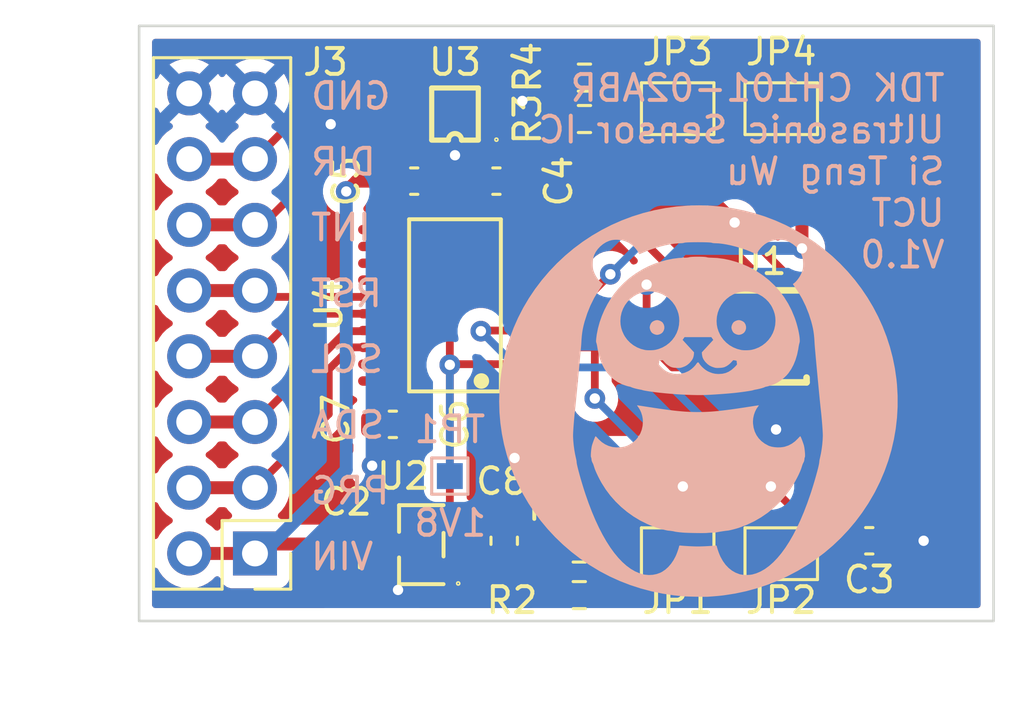
<source format=kicad_pcb>
(kicad_pcb (version 20241229) (generator "pcbnew") (generator_version "9.0")
  (layers (0 "F.Cu" signal) (2 "B.Cu" signal) (13 "F.Paste" user) (15 "B.Paste" user) (5 "F.SilkS" user "F.Silkscreen") (7 "B.SilkS" user "B.Silkscreen") (1 "F.Mask" user) (3 "B.Mask" user) (25 "Edge.Cuts" user))
  (net 0 "")
  (net 1 "/VIN")
  (net 2 "GND")
  (net 3 "/1V8")
  (net 4 "/RST_N")
  (net 5 "/PROG")
  (net 6 "/DIR")
  (net 7 "/SCL")
  (net 8 "/INT")
  (net 9 "/SDA")
  (net 10 "/SCL_LS")
  (net 11 "Net-(JP1-B)")
  (net 12 "/SDA_LS")
  (net 13 "Net-(JP2-B)")
  (net 14 "Net-(JP3-B)")
  (net 15 "/PROG_LS")
  (net 16 "/RST_N_LS")
  (net 17 "Net-(JP4-B)")
  (net 18 "/INT_LS")
  (footprint "Capacitor_SMD:C_0603_1608Metric" (layer "F.Cu") (at 90.8 78.4)
    (property "Reference" "C7" (at -2.2 -0.2 90) (layer "F.SilkS") (effects (font (thickness 0.153))))
    (property "Value" "100nF")
    (pad "1" smd roundrect (at -0.775 0) (size 0.9 0.95) (layers "F.Cu" "F.Mask" "F.Paste") (net 2 "GND"))
    (pad "2" smd roundrect (at 0.775 0) (size 0.9 0.95) (layers "F.Cu" "F.Mask" "F.Paste") (net 1 "/VIN"))
  )
  (footprint "Capacitor_SMD:C_0603_1608Metric" (layer "F.Cu") (at 95.345 78.4)
    (property "Reference" "C6" (at -2.145 0 90) (layer "F.SilkS") (effects (font (thickness 0.153))))
    (property "Value" "100nF")
    (pad "1" smd roundrect (at -0.775 0) (size 0.9 0.95) (layers "F.Cu" "F.Mask" "F.Paste") (net 3 "/1V8"))
    (pad "2" smd roundrect (at 0.775 0) (size 0.9 0.95) (layers "F.Cu" "F.Mask" "F.Paste") (net 2 "GND"))
  )
  (footprint "Resistor_SMD:R_0603_1608Metric" (layer "F.Cu") (at 98.2 65)
    (property "Reference" "R4" (at -2.2 -0.4 90) (layer "F.SilkS") (effects (font (thickness 0.153))))
    (property "Value" "10k")
    (pad "1" smd roundrect (at -0.825 0) (size 0.8 0.95) (layers "F.Cu" "F.Mask" "F.Paste") (net 3 "/1V8"))
    (pad "2" smd roundrect (at 0.825 0) (size 0.8 0.95) (layers "F.Cu" "F.Mask" "F.Paste") (net 17 "Net-(JP4-B)"))
  )
  (footprint "Resistor_SMD:R_0603_1608Metric" (layer "F.Cu") (at 98 83.2)
    (property "Reference" "R1" (at -1 -1.6 0) (layer "F.SilkS") (effects (font (thickness 0.153))))
    (property "Value" "2.2k")
    (pad "1" smd roundrect (at -0.825 0) (size 0.8 0.95) (layers "F.Cu" "F.Mask" "F.Paste") (net 3 "/1V8"))
    (pad "2" smd roundrect (at 0.825 0) (size 0.8 0.95) (layers "F.Cu" "F.Mask" "F.Paste") (net 11 "Net-(JP1-B)"))
  )
  (footprint "Jumper:SolderJumper-2_P1.3mm_Open_TrianglePad1.0x1.5mm" (layer "F.Cu") (at 101.8 83.4 180)
    (property "Reference" "JP1" (at 0 -1.8 0) (layer "F.SilkS") (effects (font (thickness 0.153))))
    (property "Value" "Jumper_2_Small_Bridged")
    (pad "1" smd custom (at -0.725 0 180) (size 0.3 0.3) (layers "F.Cu" "F.Mask") (net 15 "/PROG_LS") (options (clearance outline) (anchor rect)) (primitives (gr_poly (pts (xy 1 0) (xy 0.5 0.75) (xy -0.5 0.75) (xy -0.5 -0.75) (xy 0.5 -0.75)) (width 0) (fill yes))))
    (pad "2" smd custom (at 0.725 0 180) (size 0.3 0.3) (layers "F.Cu" "F.Mask") (net 11 "Net-(JP1-B)") (options (clearance outline) (anchor rect)) (primitives (gr_poly (pts (xy 0.5 0.75) (xy -0.65 0.75) (xy -0.15 0) (xy -0.65 -0.75) (xy 0.5 -0.75)) (width 0) (fill yes))))
  )
  (footprint "Capacitor_SMD:C_0603_1608Metric" (layer "F.Cu") (at 91.625 69 180)
    (property "Reference" "C5" (at 2.625 0 270) (layer "F.SilkS") (effects (font (thickness 0.153))))
    (property "Value" "100nF")
    (pad "1" smd roundrect (at -0.775 0 180) (size 0.9 0.95) (layers "F.Cu" "F.Mask" "F.Paste") (net 2 "GND"))
    (pad "2" smd roundrect (at 0.775 0 180) (size 0.9 0.95) (layers "F.Cu" "F.Mask" "F.Paste") (net 1 "/VIN"))
  )
  (footprint "footprint:VSSOP-8_L2.4-W2.1-P0.50-LS3.2-BR" (layer "F.Cu") (at 93.2 66.4)
    (property "Reference" "U3" (at 0 -2 0) (layer "F.SilkS") (effects (font (thickness 0.153))))
    (property "Value" "SN74LVC2T45DCUR")
    (pad "1" smd oval (at 1.550038 0.749987) (size 0.750013 0.250013) (layers "F.Cu" "F.Mask" "F.Paste") (net 3 "/1V8"))
    (pad "2" smd oval (at 1.550038 0.24986) (size 0.750013 0.250013) (layers "F.Cu" "F.Mask" "F.Paste") (net 18 "/INT_LS"))
    (pad "3" smd oval (at 1.550038 -0.250013) (size 0.750013 0.250013) (layers "F.Cu" "F.Mask" "F.Paste") (net 2 "GND"))
    (pad "4" smd oval (at 1.550038 -0.75014) (size 0.750013 0.250013) (layers "F.Cu" "F.Mask" "F.Paste") (net 2 "GND"))
    (pad "5" smd oval (at -1.549784 -0.75014) (size 0.750013 0.250013) (layers "F.Cu" "F.Mask" "F.Paste") (net 6 "/DIR"))
    (pad "6" smd oval (at -1.549784 -0.250013) (size 0.750013 0.250013) (layers "F.Cu" "F.Mask" "F.Paste") (net 2 "GND"))
    (pad "7" smd oval (at -1.549784 0.24986) (size 0.750013 0.250013) (layers "F.Cu" "F.Mask" "F.Paste") (net 8 "/INT"))
    (pad "8" smd oval (at -1.549784 0.749987) (size 0.750013 0.250013) (layers "F.Cu" "F.Mask" "F.Paste") (net 1 "/VIN"))
  )
  (footprint "Capacitor_SMD:C_0603_1608Metric" (layer "F.Cu") (at 95.1 82.9 -90)
    (property "Reference" "C8" (at -2.3 0.1 0) (layer "F.SilkS") (effects (font (thickness 0.153))))
    (property "Value" "1uF")
    (pad "1" smd roundrect (at -0.775 0 270) (size 0.9 0.95) (layers "F.Cu" "F.Mask" "F.Paste") (net 3 "/1V8"))
    (pad "2" smd roundrect (at 0.775 0 270) (size 0.9 0.95) (layers "F.Cu" "F.Mask" "F.Paste") (net 2 "GND"))
  )
  (footprint "Jumper:SolderJumper-2_P1.3mm_Open_TrianglePad1.0x1.5mm" (layer "F.Cu") (at 101.8 66.2 180)
    (property "Reference" "JP3" (at 0 2.2 0) (layer "F.SilkS") (effects (font (thickness 0.153))))
    (property "Value" "Jumper_2_Small_Bridged")
    (pad "1" smd custom (at -0.725 0 180) (size 0.3 0.3) (layers "F.Cu" "F.Mask") (net 16 "/RST_N_LS") (options (clearance outline) (anchor rect)) (primitives (gr_poly (pts (xy 1 0) (xy 0.5 0.75) (xy -0.5 0.75) (xy -0.5 -0.75) (xy 0.5 -0.75)) (width 0) (fill yes))))
    (pad "2" smd custom (at 0.725 0 180) (size 0.3 0.3) (layers "F.Cu" "F.Mask") (net 14 "Net-(JP3-B)") (options (clearance outline) (anchor rect)) (primitives (gr_poly (pts (xy 0.5 0.75) (xy -0.65 0.75) (xy -0.15 0) (xy -0.65 -0.75) (xy 0.5 -0.75)) (width 0) (fill yes))))
  )
  (footprint "Resistor_SMD:R_0603_1608Metric" (layer "F.Cu") (at 98 85)
    (property "Reference" "R2" (at -2.6 0.2 0) (layer "F.SilkS") (effects (font (thickness 0.153))))
    (property "Value" "2.2k")
    (pad "1" smd roundrect (at -0.825 0) (size 0.8 0.95) (layers "F.Cu" "F.Mask" "F.Paste") (net 3 "/1V8"))
    (pad "2" smd roundrect (at 0.825 0) (size 0.8 0.95) (layers "F.Cu" "F.Mask" "F.Paste") (net 13 "Net-(JP2-B)"))
  )
  (footprint "Capacitor_SMD:C_0603_1608Metric" (layer "F.Cu") (at 94.8 69 180)
    (property "Reference" "C4" (at -2.4 0 90) (layer "F.SilkS") (effects (font (thickness 0.153))))
    (property "Value" "100nF")
    (pad "1" smd roundrect (at -0.775 0 180) (size 0.9 0.95) (layers "F.Cu" "F.Mask" "F.Paste") (net 3 "/1V8"))
    (pad "2" smd roundrect (at 0.775 0 180) (size 0.9 0.95) (layers "F.Cu" "F.Mask" "F.Paste") (net 2 "GND"))
  )
  (footprint "footprint:SOT-23-3_L3.0-W1.7-P0.95-LS2.9-BR" (layer "F.Cu") (at 91.898654 83.050038)
    (property "Reference" "U2" (at -0.698654 -2.650038 0) (layer "F.SilkS") (effects (font (thickness 0.153))))
    (property "Value" "XC6206P182MR_C347373")
    (pad "1" smd rect (at 1.101346 0.949962) (size 1.03749 0.532004) (layers "F.Cu" "F.Mask" "F.Paste") (net 2 "GND"))
    (pad "2" smd rect (at 1.101346 -0.949962) (size 1.03749 0.532004) (layers "F.Cu" "F.Mask" "F.Paste") (net 3 "/1V8"))
    (pad "3" smd rect (at -1.101346 0) (size 1.03749 0.532004) (layers "F.Cu" "F.Mask" "F.Paste") (net 1 "/VIN"))
  )
  (footprint "footprint:TSSOP-20_L6.5-W4.4-P0.65-LS6.4-BL" (layer "F.Cu") (at 93.2 73.8 90)
    (property "Reference" "U4" (at 0 -4.870968 90) (layer "F.SilkS") (effects (font (thickness 0.153))))
    (property "Value" "TXS0108EPWR")
    (pad "1" smd oval (at -2.92507 2.870968 90) (size 0.364008 1.742012) (layers "F.Cu" "F.Mask" "F.Paste"))
    (pad "2" smd oval (at -2.275083 2.870968 90) (size 0.364008 1.742012) (layers "F.Cu" "F.Mask" "F.Paste") (net 3 "/1V8"))
    (pad "3" smd oval (at -1.625095 2.870968 90) (size 0.364008 1.742012) (layers "F.Cu" "F.Mask" "F.Paste") (net 15 "/PROG_LS"))
    (pad "4" smd oval (at -0.975108 2.870968 90) (size 0.364008 1.742012) (layers "F.Cu" "F.Mask" "F.Paste") (net 12 "/SDA_LS"))
    (pad "5" smd oval (at -0.324867 2.870968 90) (size 0.364008 1.742012) (layers "F.Cu" "F.Mask" "F.Paste") (net 10 "/SCL_LS"))
    (pad "6" smd oval (at 0.325121 2.870968 90) (size 0.364008 1.742012) (layers "F.Cu" "F.Mask" "F.Paste") (net 16 "/RST_N_LS"))
    (pad "7" smd oval (at 0.975108 2.870968 90) (size 0.364008 1.742012) (layers "F.Cu" "F.Mask" "F.Paste"))
    (pad "8" smd oval (at 1.625095 2.870968 90) (size 0.364008 1.742012) (layers "F.Cu" "F.Mask" "F.Paste"))
    (pad "9" smd oval (at 2.275083 2.870968 90) (size 0.364008 1.742012) (layers "F.Cu" "F.Mask" "F.Paste"))
    (pad "10" smd oval (at 2.92507 2.870968 90) (size 0.364008 1.742012) (layers "F.Cu" "F.Mask" "F.Paste") (net 3 "/1V8"))
    (pad "11" smd oval (at 2.92507 -2.870968 90) (size 0.364008 1.742012) (layers "F.Cu" "F.Mask" "F.Paste") (net 2 "GND"))
    (pad "12" smd oval (at 2.275083 -2.870968 90) (size 0.364008 1.742012) (layers "F.Cu" "F.Mask" "F.Paste"))
    (pad "13" smd oval (at 1.625095 -2.870968 90) (size 0.364008 1.742012) (layers "F.Cu" "F.Mask" "F.Paste"))
    (pad "14" smd oval (at 0.975108 -2.870968 90) (size 0.364008 1.742012) (layers "F.Cu" "F.Mask" "F.Paste"))
    (pad "15" smd oval (at 0.325121 -2.870968 90) (size 0.364008 1.742012) (layers "F.Cu" "F.Mask" "F.Paste") (net 4 "/RST_N"))
    (pad "16" smd oval (at -0.324867 -2.870968 90) (size 0.364008 1.742012) (layers "F.Cu" "F.Mask" "F.Paste") (net 7 "/SCL"))
    (pad "17" smd oval (at -0.975108 -2.870968 90) (size 0.364008 1.742012) (layers "F.Cu" "F.Mask" "F.Paste") (net 9 "/SDA"))
    (pad "18" smd oval (at -1.625095 -2.870968 90) (size 0.364008 1.742012) (layers "F.Cu" "F.Mask" "F.Paste") (net 5 "/PROG"))
    (pad "19" smd oval (at -2.275083 -2.870968 90) (size 0.364008 1.742012) (layers "F.Cu" "F.Mask" "F.Paste") (net 1 "/VIN"))
    (pad "20" smd oval (at -2.92507 -2.870968 90) (size 0.364008 1.742012) (layers "F.Cu" "F.Mask" "F.Paste"))
  )
  (footprint "Connector_PinHeader_2.54mm:PinHeader_2x08_P2.54mm_Vertical" (layer "F.Cu") (at 85.475 83.39 180)
    (property "Reference" "J3" (at -2.725 18.99 0) (layer "F.SilkS") (effects (font (thickness 0.153))))
    (property "Value" "Conn_02x08_Odd_Even")
    (pad "1" thru_hole rect (at 0 0 180) (size 1.7 1.7) (drill 1) (layers "*.Cu" "*.Mask") (net 1 "/VIN"))
    (pad "2" thru_hole circle (at 2.54 0 180) (size 1.7 1.7) (drill 1) (layers "*.Cu" "*.Mask") (net 1 "/VIN"))
    (pad "3" thru_hole circle (at 0 2.54 180) (size 1.7 1.7) (drill 1) (layers "*.Cu" "*.Mask") (net 5 "/PROG"))
    (pad "4" thru_hole circle (at 2.54 2.54 180) (size 1.7 1.7) (drill 1) (layers "*.Cu" "*.Mask") (net 5 "/PROG"))
    (pad "5" thru_hole circle (at 0 5.08 180) (size 1.7 1.7) (drill 1) (layers "*.Cu" "*.Mask") (net 9 "/SDA"))
    (pad "6" thru_hole circle (at 2.54 5.08 180) (size 1.7 1.7) (drill 1) (layers "*.Cu" "*.Mask") (net 9 "/SDA"))
    (pad "7" thru_hole circle (at 0 7.62 180) (size 1.7 1.7) (drill 1) (layers "*.Cu" "*.Mask") (net 7 "/SCL"))
    (pad "8" thru_hole circle (at 2.54 7.62 180) (size 1.7 1.7) (drill 1) (layers "*.Cu" "*.Mask") (net 7 "/SCL"))
    (pad "9" thru_hole circle (at 0 10.16 180) (size 1.7 1.7) (drill 1) (layers "*.Cu" "*.Mask") (net 4 "/RST_N"))
    (pad "10" thru_hole circle (at 2.54 10.16 180) (size 1.7 1.7) (drill 1) (layers "*.Cu" "*.Mask") (net 4 "/RST_N"))
    (pad "11" thru_hole circle (at 0 12.7 180) (size 1.7 1.7) (drill 1) (layers "*.Cu" "*.Mask") (net 8 "/INT"))
    (pad "12" thru_hole circle (at 2.54 12.7 180) (size 1.7 1.7) (drill 1) (layers "*.Cu" "*.Mask") (net 8 "/INT"))
    (pad "13" thru_hole circle (at 0 15.24 180) (size 1.7 1.7) (drill 1) (layers "*.Cu" "*.Mask") (net 6 "/DIR"))
    (pad "14" thru_hole circle (at 2.54 15.24 180) (size 1.7 1.7) (drill 1) (layers "*.Cu" "*.Mask") (net 6 "/DIR"))
    (pad "15" thru_hole circle (at 0 17.78 180) (size 1.7 1.7) (drill 1) (layers "*.Cu" "*.Mask") (net 2 "GND"))
    (pad "16" thru_hole circle (at 2.54 17.78 180) (size 1.7 1.7) (drill 1) (layers "*.Cu" "*.Mask") (net 2 "GND"))
  )
  (footprint "Jumper:SolderJumper-2_P1.3mm_Open_TrianglePad1.0x1.5mm" (layer "F.Cu") (at 105.8 83.4 180)
    (property "Reference" "JP2" (at 0 -1.8 0) (layer "F.SilkS") (effects (font (thickness 0.153))))
    (property "Value" "Jumper_2_Small_Bridged")
    (pad "1" smd custom (at -0.725 0 180) (size 0.3 0.3) (layers "F.Cu" "F.Mask") (net 12 "/SDA_LS") (options (clearance outline) (anchor rect)) (primitives (gr_poly (pts (xy 1 0) (xy 0.5 0.75) (xy -0.5 0.75) (xy -0.5 -0.75) (xy 0.5 -0.75)) (width 0) (fill yes))))
    (pad "2" smd custom (at 0.725 0 180) (size 0.3 0.3) (layers "F.Cu" "F.Mask") (net 13 "Net-(JP2-B)") (options (clearance outline) (anchor rect)) (primitives (gr_poly (pts (xy 0.5 0.75) (xy -0.65 0.75) (xy -0.15 0) (xy -0.65 -0.75) (xy 0.5 -0.75)) (width 0) (fill yes))))
  )
  (footprint "Capacitor_SMD:C_0603_1608Metric" (layer "F.Cu") (at 89 83.8 -90)
    (property "Reference" "C2" (at -2.4 0 0) (layer "F.SilkS") (effects (font (thickness 0.153))))
    (property "Value" "1uF")
    (pad "1" smd roundrect (at -0.775 0 270) (size 0.9 0.95) (layers "F.Cu" "F.Mask" "F.Paste") (net 1 "/VIN"))
    (pad "2" smd roundrect (at 0.775 0 270) (size 0.9 0.95) (layers "F.Cu" "F.Mask" "F.Paste") (net 2 "GND"))
  )
  (footprint "Resistor_SMD:R_0603_1608Metric" (layer "F.Cu") (at 98.2 66.6)
    (property "Reference" "R3" (at -2.2 0 90) (layer "F.SilkS") (effects (font (thickness 0.153))))
    (property "Value" "10k")
    (pad "1" smd roundrect (at -0.825 0) (size 0.8 0.95) (layers "F.Cu" "F.Mask" "F.Paste") (net 3 "/1V8"))
    (pad "2" smd roundrect (at 0.825 0) (size 0.8 0.95) (layers "F.Cu" "F.Mask" "F.Paste") (net 14 "Net-(JP3-B)"))
  )
  (footprint "footprint:LGA-8_L3.5-W3.5-P0.50-TL" (layer "F.Cu") (at 105 75)
    (property "Reference" "U1" (at 0 -2.9 0) (layer "F.SilkS") (effects (font (thickness 0.153))))
    (property "Value" "CH101-02ABR")
    (pad "1" smd rect (at -1.42507 -1.200025) (size 0.5 0.5) (layers "F.Cu" "F.Mask" "F.Paste") (net 18 "/INT_LS"))
    (pad "2" smd rect (at -1.42507 -0.399924) (size 0.5 0.5) (layers "F.Cu" "F.Mask" "F.Paste") (net 10 "/SCL_LS"))
    (pad "3" smd rect (at -1.42507 0.399924) (size 0.5 0.5) (layers "F.Cu" "F.Mask" "F.Paste") (net 12 "/SDA_LS"))
    (pad "4" smd rect (at -1.42507 1.200025) (size 0.5 0.5) (layers "F.Cu" "F.Mask" "F.Paste") (net 15 "/PROG_LS"))
    (pad "5" smd rect (at 1.42507 1.200025) (size 0.5 0.5) (layers "F.Cu" "F.Mask" "F.Paste") (net 2 "GND"))
    (pad "6" smd rect (at 1.42507 0.399924) (size 0.5 0.5) (layers "F.Cu" "F.Mask" "F.Paste") (net 3 "/1V8"))
    (pad "7" smd rect (at 1.42507 -0.399924) (size 0.5 0.5) (layers "F.Cu" "F.Mask" "F.Paste") (net 3 "/1V8"))
    (pad "8" smd rect (at 1.42507 -1.200025) (size 0.5 0.5) (layers "F.Cu" "F.Mask" "F.Paste") (net 16 "/RST_N_LS"))
  )
  (footprint "Jumper:SolderJumper-2_P1.3mm_Open_TrianglePad1.0x1.5mm" (layer "F.Cu") (at 105.8 66.2 180)
    (property "Reference" "JP4" (at 0 2.2 0) (layer "F.SilkS") (effects (font (thickness 0.153))))
    (property "Value" "Jumper_2_Small_Bridged")
    (pad "1" smd custom (at -0.725 0 180) (size 0.3 0.3) (layers "F.Cu" "F.Mask") (net 10 "/SCL_LS") (options (clearance outline) (anchor rect)) (primitives (gr_poly (pts (xy 1 0) (xy 0.5 0.75) (xy -0.5 0.75) (xy -0.5 -0.75) (xy 0.5 -0.75)) (width 0) (fill yes))))
    (pad "2" smd custom (at 0.725 0 180) (size 0.3 0.3) (layers "F.Cu" "F.Mask") (net 17 "Net-(JP4-B)") (options (clearance outline) (anchor rect)) (primitives (gr_poly (pts (xy 0.5 0.75) (xy -0.65 0.75) (xy -0.15 0) (xy -0.65 -0.75) (xy 0.5 -0.75)) (width 0) (fill yes))))
  )
  (footprint "Capacitor_SMD:C_0603_1608Metric" (layer "F.Cu") (at 109.2 82.9 180)
    (property "Reference" "C3" (at 0 -1.5 0) (layer "F.SilkS") (effects (font (thickness 0.153))))
    (property "Value" "100nF")
    (pad "1" smd roundrect (at -0.775 0 180) (size 0.9 0.95) (layers "F.Cu" "F.Mask" "F.Paste") (net 2 "GND"))
    (pad "2" smd roundrect (at 0.775 0 180) (size 0.9 0.95) (layers "F.Cu" "F.Mask" "F.Paste") (net 3 "/1V8"))
  )
  (footprint "TestPoint:TestPoint_Pad_1.0x1.0mm" (layer "B.Cu") (at 93 80.4 180)
    (property "Reference" "TP1" (at 0 1.8 0) (layer "B.SilkS") (effects (font (thickness 0.153)) (justify mirror)))
    (property "Value" "TestPoint")
    (pad "1" smd rect (at 0 0 180) (size 1 1) (layers "B.Cu" "B.Mask") (net 3 "/1V8"))
  )
  (footprint "LOGO" (layer "B.Cu") (at 102.650983 77.241212 180)
    (property "Reference" "G***" (hide yes))
    (property "Value" "LOGO" (hide yes))
  )
  (gr_rect (start 81 63) (end 114 86) (stroke (width 0.1)) (fill no) (layer "Edge.Cuts"))
  (gr_text "DIR" (at 90.228571 68.842857 0) (layer "B.SilkS") (effects (font (size 1 1) (thickness 0.153)) (justify left bottom mirror)))
  (gr_text "GND" (at 90.8 66.3 0) (layer "B.SilkS") (effects (font (size 1 1) (thickness 0.153)) (justify left bottom mirror)))
  (gr_text "SCL" (at 90.514286 76.471429 0) (layer "B.SilkS") (effects (font (size 1 1) (thickness 0.153)) (justify left bottom mirror)))
  (gr_text "INT" (at 90.038095 71.385714 0) (layer "B.SilkS") (effects (font (size 1 1) (thickness 0.153)) (justify left bottom mirror)))
  (gr_text "TDK CH101-02ABR\nUltrasonic Sensor IC\nSi Teng Wu\nUCT\nV1.0" (at 112.2 72.430776 0) (layer "B.SilkS") (effects (font (size 1 1) (thickness 0.153)) (justify left bottom mirror)))
  (gr_text "VIN" (at 90.133333 84.1 0) (layer "B.SilkS") (effects (font (size 1 1) (thickness 0.153)) (justify left bottom mirror)))
  (gr_text "SDA" (at 90.561905 79.014286 0) (layer "B.SilkS") (effects (font (size 1 1) (thickness 0.153)) (justify left bottom mirror)))
  (gr_text "RST" (at 90.466667 73.928571 0) (layer "B.SilkS") (effects (font (size 1 1) (thickness 0.153)) (justify left bottom mirror)))
  (gr_text "1V8" (at 94.5 82.8 0) (layer "B.SilkS") (effects (font (size 1 1) (thickness 0.153)) (justify left bottom mirror)))
  (gr_text "PRG" (at 90.752381 81.557143 0) (layer "B.SilkS") (effects (font (size 1 1) (thickness 0.153)) (justify left bottom mirror)))
  (segment (start 89 69.4) (end 89.4 69) (width 0.5) (layer "F.Cu") (net 1))
  (segment (start 90.329032 76.075083) (end 91.500038 76.075083) (width 0.3) (layer "F.Cu") (net 1))
  (segment (start 91.575 77.825) (end 91.575 78.4) (width 0.3) (layer "F.Cu") (net 1))
  (segment (start 82.935 83.39) (end 85.475 83.39) (width 0.5) (layer "F.Cu") (net 1))
  (segment (start 91.6 82.8) (end 91.6 78.425) (width 0.5) (layer "F.Cu") (net 1))
  (segment (start 86 83.16) (end 86.070962 83.089038) (width 0.5) (layer "F.Cu") (net 1))
  (segment (start 91.68 67.179771) (end 91.650216 67.149987) (width 0.2) (layer "F.Cu") (net 1))
  (segment (start 89 83.025) (end 90.77227 83.025) (width 0.5) (layer "F.Cu") (net 1))
  (segment (start 91.500038 76.075083) (end 92 76.575045) (width 0.3) (layer "F.Cu") (net 1))
  (segment (start 91.050013 67.149987) (end 91.650216 67.149987) (width 0.3) (layer "F.Cu") (net 1))
  (segment (start 90.77227 83.025) (end 90.797308 83.050038) (width 0.5) (layer "F.Cu") (net 1))
  (segment (start 90.85 67.35) (end 91.050013 67.149987) (width 0.3) (layer "F.Cu") (net 1))
  (segment (start 92 76.575045) (end 92 77.4) (width 0.3) (layer "F.Cu") (net 1))
  (segment (start 89 83.025) (end 85.84 83.025) (width 0.5) (layer "F.Cu") (net 1))
  (segment (start 85.84 83.025) (end 85.475 83.39) (width 0.5) (layer "F.Cu") (net 1))
  (segment (start 92 77.4) (end 91.575 77.825) (width 0.3) (layer "F.Cu") (net 1))
  (segment (start 90.85 69) (end 90.85 67.35) (width 0.3) (layer "F.Cu") (net 1))
  (segment (start 91.349962 83.050038) (end 91.6 82.8) (width 0.5) (layer "F.Cu") (net 1))
  (segment (start 90.797308 83.050038) (end 91.349962 83.050038) (width 0.5) (layer "F.Cu") (net 1))
  (segment (start 89.4 69) (end 90.85 69) (width 0.5) (layer "F.Cu") (net 1))
  (segment (start 91.6 78.425) (end 91.575 78.4) (width 0.5) (layer "F.Cu") (net 1))
  (segment (start 88.865 83.16) (end 89 83.025) (width 0.5) (layer "F.Cu") (net 1))
  (via (at 89 69.4) (size 0.8) (drill 0.4) (layers "F.Cu" "B.Cu") (net 1))
  (segment (start 89 80.16) (end 89 69.4) (width 0.5) (layer "B.Cu") (net 1))
  (segment (start 85.77 83.39) (end 89 80.16) (width 0.5) (layer "B.Cu") (net 1))
  (segment (start 85.475 83.39) (end 85.77 83.39) (width 0.5) (layer "B.Cu") (net 1))
  (segment (start 95.55 65.64986) (end 95.8 65.89986) (width 0.3) (layer "F.Cu") (net 2))
  (segment (start 90.025 78.4) (end 90.025 79.975) (width 0.5) (layer "F.Cu") (net 2))
  (segment (start 95.551 66.14886) (end 94.750038 66.14886) (width 0.3) (layer "F.Cu") (net 2))
  (segment (start 95.069962 83.705038) (end 93.294962 83.705038) (width 0.5) (layer "F.Cu") (net 2))
  (segment (start 90.025 79.975) (end 90 80) (width 0.5) (layer "F.Cu") (net 2))
  (segment (start 91.650216 66.149987) (end 89.050013 66.149987) (width 0.2) (layer "F.Cu") (net 2))
  (segment (start 106.4 76.225095) (end 106.42507 76.200025) (width 0.5) (layer "F.Cu") (net 2))
  (segment (start 95.8 65.89986) (end 95.551 66.14886) (width 0.3) (layer "F.Cu") (net 2))
  (segment (start 96.12 79.08) (end 96.12 78.4) (width 0.5) (layer "F.Cu") (net 2))
  (segment (start 111.3 82.9) (end 109.975 82.9) (width 0.3) (layer "F.Cu") (net 2))
  (segment (start 91.2 84.8) (end 92 84) (width 0.5) (layer "F.Cu") (net 2))
  (segment (start 91 84.8) (end 89.225 84.8) (width 0.5) (layer "F.Cu") (net 2))
  (segment (start 105.598959 78.598959) (end 106.4 77.797918) (width 0.5) (layer "F.Cu") (net 2))
  (segment (start 89.050013 66.149987) (end 88.4 66.8) (width 0.2) (layer "F.Cu") (net 2))
  (segment (start 94.750038 65.64986) (end 95.55 65.64986) (width 0.3) (layer "F.Cu") (net 2))
  (segment (start 92.4 68.8) (end 93.2 68) (width 0.3) (layer "F.Cu") (net 2))
  (segment (start 95.5 79.7) (end 96.12 79.08) (width 0.5) (layer "F.Cu") (net 2))
  (segment (start 90.329032 70.87493) (end 91.52507 70.87493) (width 0.3) (layer "F.Cu") (net 2))
  (segment (start 95.1 83.675) (end 95.069962 83.705038) (width 0.5) (layer "F.Cu") (net 2))
  (segment (start 92.4 70) (end 92.4 69) (width 0.3) (layer "F.Cu") (net 2))
  (segment (start 92 84) (end 93 84) (width 0.5) (layer "F.Cu") (net 2))
  (segment (start 91 84.8) (end 91.2 84.8) (width 0.5) (layer "F.Cu") (net 2))
  (segment (start 92.4 69) (end 92.4 68.8) (width 0.3) (layer "F.Cu") (net 2))
  (segment (start 89.225 84.8) (end 89 84.575) (width 0.5) (layer "F.Cu") (net 2))
  (segment (start 106.4 77.797918) (end 106.4 76.225095) (width 0.5) (layer "F.Cu") (net 2))
  (segment (start 93.294962 83.705038) (end 93 84) (width 0.5) (layer "F.Cu") (net 2))
  (segment (start 91.52507 70.87493) (end 92.4 70) (width 0.3) (layer "F.Cu") (net 2))
  (segment (start 92.4 69) (end 94.025 69) (width 0.3) (layer "F.Cu") (net 2))
  (via (at 95.5 79.7) (size 0.8) (drill 0.4) (layers "F.Cu" "B.Cu") (net 2))
  (via (at 95.8 65.89986) (size 0.8) (drill 0.4) (layers "F.Cu" "B.Cu") (net 2))
  (via (at 91 84.8) (size 0.8) (drill 0.4) (layers "F.Cu" "B.Cu") (net 2))
  (via (at 105.598959 78.598959) (size 0.8) (drill 0.4) (layers "F.Cu" "B.Cu") (net 2))
  (via (at 111.3 82.9) (size 0.8) (drill 0.4) (layers "F.Cu" "B.Cu") (net 2))
  (via (at 90 80) (size 0.8) (drill 0.4) (layers "F.Cu" "B.Cu") (net 2))
  (via (at 93.2 68) (size 0.8) (drill 0.4) (layers "F.Cu" "B.Cu") (net 2))
  (via (at 88.4 66.8) (size 0.8) (drill 0.4) (layers "F.Cu" "B.Cu") (net 2))
  (segment (start 96.070968 70.87493) (end 96.070968 69.495968) (width 0.3) (layer "F.Cu") (net 3))
  (segment (start 96.070968 69.495968) (end 95.575 69) (width 0.3) (layer "F.Cu") (net 3))
  (segment (start 93.6 65.4) (end 94 65) (width 0.3) (layer "F.Cu") (net 3))
  (segment (start 96.070968 76.075083) (end 94.6 76.075083) (width 0.3) (layer "F.Cu") (net 3))
  (segment (start 97.4 65.025) (end 97.4 66.575) (width 0.5) (layer "F.Cu") (net 3))
  (segment (start 95.149987 67.149987) (end 95.575 67.575) (width 0.3) (layer "F.Cu") (net 3))
  (segment (start 97.375 65) (end 97.4 65.025) (width 0.5) (layer "F.Cu") (net 3))
  (segment (start 106.42507 75.399924) (end 106.425146 75.4) (width 0.5) (layer "F.Cu") (net 3))
  (segment (start 108.4 82.875) (end 108.425 82.9) (width 0.5) (layer "F.Cu") (net 3))
  (segment (start 96.070968 70.87493) (end 94.12507 70.87493) (width 0.3) (layer "F.Cu") (net 3))
  (segment (start 97.175 83.2) (end 97.175 85) (width 0.5) (layer "F.Cu") (net 3))
  (segment (start 105.8 79.6) (end 108.4 82.2) (width 0.5) (layer "F.Cu") (net 3))
  (segment (start 108.4 82.2) (end 108.4 82.875) (width 0.5) (layer "F.Cu") (net 3))
  (segment (start 94 65) (end 97.375 65) (width 0.3) (layer "F.Cu") (net 3))
  (segment (start 95.575 67.575) (end 95.575 69) (width 0.3) (layer "F.Cu") (net 3))
  (segment (start 95.175 82.2) (end 95.1 82.125) (width 0.5) (layer "F.Cu") (net 3))
  (segment (start 94.6 76.075083) (end 94.57 76.105083) (width 0.3) (layer "F.Cu") (net 3))
  (segment (start 105.8 79.6) (end 97.8 79.6) (width 0.5) (layer "F.Cu") (net 3))
  (segment (start 95.124924 82.100076) (end 93 82.100076) (width 0.5) (layer "F.Cu") (net 3))
  (segment (start 93.949987 67.149987) (end 93.6 66.8) (width 0.3) (layer "F.Cu") (net 3))
  (segment (start 94.12507 70.87493) (end 93 72) (width 0.3) (layer "F.Cu") (net 3))
  (segment (start 96.1 82.125) (end 97.175 83.2) (width 0.5) (layer "F.Cu") (net 3))
  (segment (start 107.6 75.4) (end 107.8 75.6) (width 0.5) (layer "F.Cu") (net 3))
  (segment (start 94.57 76.105083) (end 94.57 78.4) (width 0.3) (layer "F.Cu") (net 3))
  (segment (start 95.275 82.125) (end 95.1 82.125) (width 0.5) (layer "F.Cu") (net 3))
  (segment (start 95.1 82.125) (end 96.1 82.125) (width 0.5) (layer "F.Cu") (net 3))
  (segment (start 107.8 75.6) (end 107.8 77.6) (width 0.5) (layer "F.Cu") (net 3))
  (segment (start 94.6 76.075083) (end 93.075083 76.075083) (width 0.3) (layer "F.Cu") (net 3))
  (segment (start 93 72) (end 93 76) (width 0.3) (layer "F.Cu") (net 3))
  (segment (start 94.750038 67.149987) (end 95.149987 67.149987) (width 0.3) (layer "F.Cu") (net 3))
  (segment (start 93.6 66.8) (end 93.6 65.4) (width 0.3) (layer "F.Cu") (net 3))
  (segment (start 93 76.1) (end 93 82.100076) (width 0.3) (layer "F.Cu") (net 3))
  (segment (start 93.075083 76.075083) (end 93 76) (width 0.3) (layer "F.Cu") (net 3))
  (segment (start 97.4 66.575) (end 97.375 66.6) (width 0.5) (layer "F.Cu") (net 3))
  (segment (start 95.1 82.125) (end 95.124924 82.100076) (width 0.5) (layer "F.Cu") (net 3))
  (segment (start 107.8 77.6) (end 105.8 79.6) (width 0.5) (layer "F.Cu") (net 3))
  (segment (start 106.425146 75.4) (end 107.6 75.4) (width 0.5) (layer "F.Cu") (net 3))
  (segment (start 106.42507 74.600076) (end 106.42507 75.399924) (width 0.5) (layer "F.Cu") (net 3))
  (segment (start 93 76) (end 93 76.1) (width 0.3) (layer "F.Cu") (net 3))
  (segment (start 94.750038 67.149987) (end 93.949987 67.149987) (width 0.3) (layer "F.Cu") (net 3))
  (segment (start 97.8 79.6) (end 95.275 82.125) (width 0.5) (layer "F.Cu") (net 3))
  (via (at 93 76.1) (size 0.8) (drill 0.4) (layers "F.Cu" "B.Cu") (net 3))
  (segment (start 93 76.1) (end 93 80.4) (width 0.3) (layer "B.Cu") (net 3))
  (segment (start 85.719879 73.474879) (end 90.329032 73.474879) (width 0.3) (layer "F.Cu") (net 4))
  (segment (start 85.475 73.23) (end 85.719879 73.474879) (width 0.3) (layer "F.Cu") (net 4))
  (segment (start 82.935 73.23) (end 85.475 73.23) (width 0.5) (layer "F.Cu") (net 4))
  (segment (start 86 80.62) (end 86 80.4) (width 0.3) (layer "F.Cu") (net 5))
  (segment (start 88.325 76.275) (end 88.325 78) (width 0.3) (layer "F.Cu") (net 5))
  (segment (start 82.935 80.85) (end 85.475 80.85) (width 0.5) (layer "F.Cu") (net 5))
  (segment (start 90.329032 75.425095) (end 89.174905 75.425095) (width 0.3) (layer "F.Cu") (net 5))
  (segment (start 88.325 78) (end 85.475 80.85) (width 0.3) (layer "F.Cu") (net 5))
  (segment (start 89.174905 75.425095) (end 88.325 76.275) (width 0.3) (layer "F.Cu") (net 5))
  (segment (start 85.475 68.15) (end 87.97514 65.64986) (width 0.3) (layer "F.Cu") (net 6))
  (segment (start 87.97514 65.64986) (end 91.650216 65.64986) (width 0.3) (layer "F.Cu") (net 6))
  (segment (start 82.935 68.15) (end 85.475 68.15) (width 0.5) (layer "F.Cu") (net 6))
  (segment (start 90.329032 74.124867) (end 87.120133 74.124867) (width 0.3) (layer "F.Cu") (net 7))
  (segment (start 82.935 75.77) (end 85.475 75.77) (width 0.5) (layer "F.Cu") (net 7))
  (segment (start 87.120133 74.124867) (end 85.475 75.77) (width 0.3) (layer "F.Cu") (net 7))
  (segment (start 85.475 70.69) (end 85.77 70.69) (width 0.3) (layer "F.Cu") (net 8))
  (segment (start 82.935 70.69) (end 85.475 70.69) (width 0.5) (layer "F.Cu") (net 8))
  (segment (start 85.77 70.69) (end 89.81014 66.64986) (width 0.3) (layer "F.Cu") (net 8))
  (segment (start 91.650216 66.64986) (end 89.81014 66.64986) (width 0.3) (layer "F.Cu") (net 8))
  (segment (start 85.49 78.31) (end 89 74.8) (width 0.3) (layer "F.Cu") (net 9))
  (segment (start 85.475 78.31) (end 85.49 78.31) (width 0.3) (layer "F.Cu") (net 9))
  (segment (start 82.935 78.31) (end 85.475 78.31) (width 0.5) (layer "F.Cu") (net 9))
  (segment (start 90.30414 74.8) (end 90.329032 74.775108) (width 0.3) (layer "F.Cu") (net 9))
  (segment (start 89 74.8) (end 90.30414 74.8) (width 0.3) (layer "F.Cu") (net 9))
  (segment (start 101.524867 74.124867) (end 100.6 74.124867) (width 0.3) (layer "F.Cu") (net 10))
  (segment (start 106.525 66.2) (end 106.6 66.275) (width 0.5) (layer "F.Cu") (net 10))
  (segment (start 100.6 74.124867) (end 96.070968 74.124867) (width 0.3) (layer "F.Cu") (net 10))
  (segment (start 100.6 73) (end 100.6 74.124867) (width 0.3) (layer "F.Cu") (net 10))
  (segment (start 106.6 66.275) (end 106.6 71.6) (width 0.5) (layer "F.Cu") (net 10))
  (segment (start 103.57493 74.600076) (end 102.000076 74.600076) (width 0.3) (layer "F.Cu") (net 10))
  (segment (start 102.000076 74.600076) (end 101.524867 74.124867) (width 0.3) (layer "F.Cu") (net 10))
  (via (at 100.6 73) (size 0.8) (drill 0.4) (layers "F.Cu" "B.Cu") (net 10))
  (via (at 106.6 71.6) (size 0.8) (drill 0.4) (layers "F.Cu" "B.Cu") (net 10))
  (segment (start 102 71.6) (end 100.6 73) (width 0.5) (layer "B.Cu") (net 10))
  (segment (start 106.6 71.6) (end 102 71.6) (width 0.5) (layer "B.Cu") (net 10))
  (segment (start 98.825 83.2) (end 100.469097 83.2) (width 0.5) (layer "F.Cu") (net 11))
  (segment (start 100.469097 83.2) (end 100.669097 83.4) (width 0.5) (layer "F.Cu") (net 11))
  (segment (start 103.57493 75.399924) (end 101.799924 75.399924) (width 0.3) (layer "F.Cu") (net 12))
  (segment (start 105.4 80.8) (end 106.525 81.925) (width 0.3) (layer "F.Cu") (net 12))
  (segment (start 101.799924 75.399924) (end 101.175108 74.775108) (width 0.3) (layer "F.Cu") (net 12))
  (segment (start 94.224892 74.775108) (end 96.070968 74.775108) (width 0.3) (layer "F.Cu") (net 12))
  (segment (start 106.525 81.925) (end 106.525 83.4) (width 0.3) (layer "F.Cu") (net 12))
  (segment (start 94.2 74.8) (end 94.224892 74.775108) (width 0.3) (layer "F.Cu") (net 12))
  (segment (start 101.175108 74.775108) (end 96.070968 74.775108) (width 0.3) (layer "F.Cu") (net 12))
  (via (at 94.2 74.8) (size 0.8) (drill 0.4) (layers "F.Cu" "B.Cu") (net 12))
  (via (at 105.4 80.8) (size 0.8) (drill 0.4) (layers "F.Cu" "B.Cu") (net 12))
  (segment (start 94.2 74.8) (end 95.6 76.2) (width 0.3) (layer "B.Cu") (net 12))
  (segment (start 100.8 76.2) (end 105.4 80.8) (width 0.3) (layer "B.Cu") (net 12))
  (segment (start 95.6 76.2) (end 100.8 76.2) (width 0.3) (layer "B.Cu") (net 12))
  (segment (start 103.475 85) (end 105.069097 83.405903) (width 0.5) (layer "F.Cu") (net 13))
  (segment (start 105.069097 83.405903) (end 105.069097 83.4) (width 0.5) (layer "F.Cu") (net 13))
  (segment (start 98.825 85) (end 103.475 85) (width 0.5) (layer "F.Cu") (net 13))
  (segment (start 101.075 66.2) (end 99.425 66.2) (width 0.3) (layer "F.Cu") (net 14))
  (segment (start 99.425 66.2) (end 99.025 66.6) (width 0.3) (layer "F.Cu") (net 14))
  (segment (start 101.600025 76.200025) (end 100.825095 75.425095) (width 0.3) (layer "F.Cu") (net 15))
  (segment (start 103.57493 76.200025) (end 101.600025 76.200025) (width 0.3) (layer "F.Cu") (net 15))
  (segment (start 98.6 77.4) (end 98.6 75.425095) (width 0.3) (layer "F.Cu") (net 15))
  (segment (start 102.525 81.325) (end 102.525 83.4) (width 0.3) (layer "F.Cu") (net 15))
  (segment (start 100.825095 75.425095) (end 98.6 75.425095) (width 0.3) (layer "F.Cu") (net 15))
  (segment (start 102 80.8) (end 102.525 81.325) (width 0.3) (layer "F.Cu") (net 15))
  (segment (start 98.6 75.425095) (end 96.070968 75.425095) (width 0.3) (layer "F.Cu") (net 15))
  (via (at 98.6 77.4) (size 0.8) (drill 0.4) (layers "F.Cu" "B.Cu") (net 15))
  (via (at 102 80.8) (size 0.8) (drill 0.4) (layers "F.Cu" "B.Cu") (net 15))
  (segment (start 102 80.8) (end 98.6 77.4) (width 0.3) (layer "B.Cu") (net 15))
  (segment (start 104 70.6) (end 106.42507 73.02507) (width 0.3) (layer "F.Cu") (net 16))
  (segment (start 98.325121 73.474879) (end 99.2 72.6) (width 0.3) (layer "F.Cu") (net 16))
  (segment (start 96.070968 73.474879) (end 98.325121 73.474879) (width 0.3) (layer "F.Cu") (net 16))
  (segment (start 102.525 69.125) (end 102.525 66.2) (width 0.5) (layer "F.Cu") (net 16))
  (segment (start 106.42507 73.02507) (end 106.42507 73.799975) (width 0.3) (layer "F.Cu") (net 16))
  (segment (start 104 70.6) (end 102.525 69.125) (width 0.5) (layer "F.Cu") (net 16))
  (via (at 104 70.6) (size 0.8) (drill 0.4) (layers "F.Cu" "B.Cu") (net 16))
  (via (at 99.2 72.6) (size 0.8) (drill 0.4) (layers "F.Cu" "B.Cu") (net 16))
  (segment (start 104 70.6) (end 101.2 70.6) (width 0.3) (layer "B.Cu") (net 16))
  (segment (start 101.2 70.6) (end 99.2 72.6) (width 0.3) (layer "B.Cu") (net 16))
  (segment (start 105.075 66.2) (end 103.875 65) (width 0.3) (layer "F.Cu") (net 17))
  (segment (start 103.875 65) (end 99.025 65) (width 0.3) (layer "F.Cu") (net 17))
  (segment (start 103.525045 73.84986) (end 103.57493 73.799975) (width 0.3) (layer "F.Cu") (net 18))
  (segment (start 102.950115 73.799975) (end 95.8 66.64986) (width 0.3) (layer "F.Cu") (net 18))
  (segment (start 95.8 66.64986) (end 94.750038 66.64986) (width 0.3) (layer "F.Cu") (net 18))
  (segment (start 103.57493 73.799975) (end 102.950115 73.799975) (width 0.3) (layer "F.Cu") (net 18))
  (zone (net 0) (net_name "") (layer "F.Cu") (connect_pads (clearance 0.5)) (min_thickness 0.25) (fill yes (thermal_gap 0.5) (thermal_bridge_width 0.5) (island_removal_mode 1) (island_area_min 10))
    (polygon (pts (xy 80 62) (xy 115 62) (xy 115 87) (xy 80 87)))
  )
  (zone (net 2) (net_name "GND") (layer "B.Cu") (priority 1) (connect_pads (clearance 0.5)) (min_thickness 0.25) (fill yes (thermal_gap 0.5) (thermal_bridge_width 0.5) (island_removal_mode 2) (island_area_min 10))
    (polygon (pts (xy 80 62) (xy 115 62) (xy 115 87) (xy 80 87)))
  )
)
</source>
